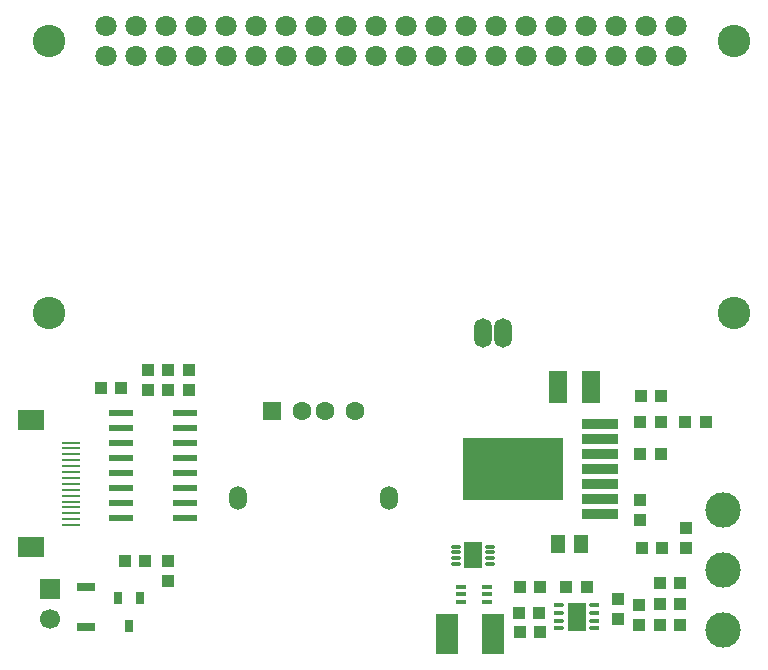
<source format=gts>
G04 DipTrace 3.0.0.2*
G04 InterfaceBoard.GTS*
%MOMM*%
G04 #@! TF.FileFunction,Soldermask,Top*
G04 #@! TF.Part,Single*
%AMOUTLINE0*
4,1,6,
-0.25,0.175,
0.4,0.175,
0.4,-0.175,
-0.25,-0.175,
-0.4,-0.057,
-0.4,0.057,
-0.25,0.175,
0*%
%AMOUTLINE1*
4,1,6,
0.25,-0.175,
-0.4,-0.175,
-0.4,0.175,
0.25,0.175,
0.4,0.057,
0.4,-0.057,
0.25,-0.175,
0*%
%ADD22C,3.0*%
%ADD23R,1.0X1.1*%
%ADD24R,1.1X1.0*%
%ADD25R,1.6X2.7*%
%ADD26R,1.3X1.5*%
%ADD28R,1.6X0.8*%
%ADD29R,1.9X3.4*%
%ADD30R,1.6X1.6*%
%ADD31C,1.6*%
%ADD32O,1.5X2.0*%
%ADD33R,1.7X1.7*%
%ADD34C,1.7*%
%ADD36R,0.9X0.4*%
%ADD38R,0.65X1.05*%
%ADD40C,1.8*%
%ADD41O,1.5X2.5*%
%ADD43O,0.85X0.3*%
%ADD44R,1.6X2.3*%
%ADD45R,1.65X2.4*%
%ADD46R,3.06X0.89*%
%ADD47R,8.54X5.35*%
%ADD48R,1.5X0.25*%
%ADD49R,2.2X1.8*%
%ADD50R,2.0X0.6*%
%ADD53C,2.75*%
%ADD57OUTLINE0*%
%ADD58OUTLINE1*%
%FSLAX35Y35*%
G04*
G71*
G90*
G75*
G01*
G04 TopMask*
%LPD*%
D22*
X6047354Y254027D3*
Y762027D3*
Y1270027D3*
D23*
X5332903Y301657D3*
Y471657D3*
D24*
X5519593Y2237823D3*
X5349593D3*
X4491440Y619190D3*
X4321440D3*
D23*
X5158260Y349287D3*
Y519287D3*
D24*
X4888357Y619190D3*
X4718357D3*
X5344950Y1745650D3*
X5514950D3*
D25*
X4926383Y2317207D3*
X4646383D3*
D26*
X4840727Y984353D3*
X4650727D3*
D24*
X950943Y2302117D3*
X780943D3*
D28*
X649280Y619187D3*
Y279187D3*
D29*
X4094523Y222273D3*
X3704523D3*
D30*
X2226077Y2111597D3*
D31*
X2476077D3*
X2676077D3*
X2926077D3*
D32*
X1936077Y1376597D3*
X3216077D3*
D33*
X347617Y603310D3*
D34*
Y349310D3*
D36*
X4046893Y492177D3*
Y557177D3*
Y622177D3*
X3826893D3*
Y557177D3*
Y492177D3*
D38*
X1109477Y523820D3*
X919477D3*
X1014477Y293820D3*
D23*
X1347717Y2460623D3*
Y2290623D3*
X1173093Y2460623D3*
Y2290623D3*
X1522343Y2460623D3*
Y2290623D3*
D24*
X4316797Y396917D3*
X4486797D3*
X5507547Y301657D3*
X5677547D3*
X5507547Y476300D3*
X5677547D3*
X4491440Y238150D3*
X4321440D3*
D23*
X5344950Y1189963D3*
Y1359963D3*
D24*
X5360827Y951813D3*
X5530827D3*
X5682190Y650943D3*
X5512190D3*
X5344950Y2015550D3*
X5514950D3*
X5725990D3*
X5895990D3*
D23*
X5729820Y952600D3*
Y1122600D3*
D24*
X982490Y841287D3*
X1152490D3*
D23*
X1347577Y666680D3*
Y836680D3*
D40*
X823930Y5112287D3*
X1077930D3*
X1331930D3*
X1585930D3*
X1839930D3*
X2093930D3*
X2347930D3*
X2601930D3*
X2855930D3*
X3109930D3*
X3363930D3*
X3617930D3*
X3871930D3*
X823930Y5366287D3*
X1077930D3*
X1331930D3*
X1585930D3*
X1839930D3*
X2093930D3*
X2347930D3*
X2601930D3*
X2855930D3*
X3109930D3*
X3363930D3*
X3617930D3*
X3871930D3*
X4125930Y5112287D3*
Y5366287D3*
X4379930Y5112287D3*
Y5366287D3*
X4633930Y5112287D3*
Y5366287D3*
X4887930Y5112287D3*
Y5366287D3*
X5141930Y5112287D3*
Y5366287D3*
X5395930Y5112287D3*
Y5366287D3*
X5649930Y5112287D3*
Y5366287D3*
D41*
X4008933Y2769287D3*
X4183933D3*
D53*
X333930Y2939287D3*
X6133930D3*
X333930Y5244287D3*
X6133930D3*
D43*
X4069263Y811983D3*
Y861983D3*
Y911983D3*
Y961983D3*
X3779263D3*
Y911983D3*
Y861983D3*
Y811983D3*
D44*
X3924263Y886983D3*
D57*
X4951863Y269903D3*
Y334903D3*
Y399903D3*
Y464900D3*
D58*
X4656863D3*
Y399903D3*
Y334903D3*
Y269903D3*
D45*
X4804363Y367403D3*
D46*
X4999493Y1238380D3*
Y1365380D3*
Y1492380D3*
Y1619380D3*
Y1746380D3*
Y1873380D3*
Y2000380D3*
D47*
X4268993Y1619380D3*
D48*
X522273Y1143120D3*
Y1193120D3*
Y1243120D3*
Y1293120D3*
Y1343120D3*
Y1393120D3*
Y1443120D3*
Y1493120D3*
Y1543120D3*
Y1593120D3*
Y1643120D3*
Y1693120D3*
Y1743120D3*
Y1793120D3*
Y1843120D3*
D49*
X187273Y958120D3*
Y2033120D3*
D50*
X950943Y2095720D3*
Y1968720D3*
Y1841720D3*
Y1714720D3*
Y1587720D3*
Y1460720D3*
Y1333720D3*
Y1206720D3*
X1490943D3*
Y1333720D3*
Y1460720D3*
Y1587720D3*
Y1714720D3*
Y1841720D3*
Y1968720D3*
Y2095720D3*
M02*

</source>
